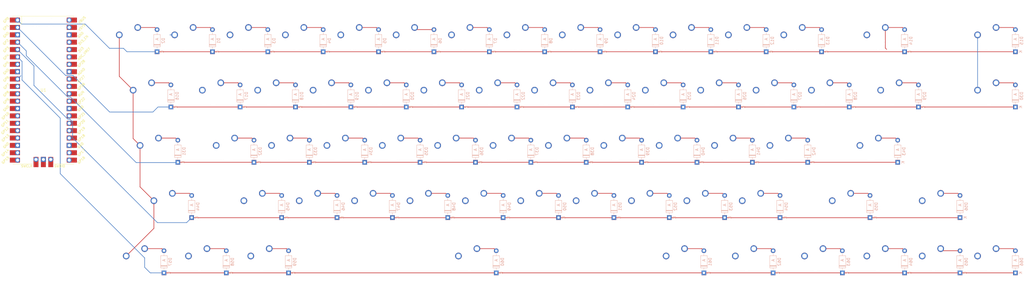
<source format=kicad_pcb>
(kicad_pcb (version 20240108) (generator "pcbnew") (generator_version "8.0")
  (layers (0 "F.Cu" signal) (31 "B.Cu" signal) (34 "B.Paste" user) (35 "F.Paste" user) (36 "B.SilkS" user "B.Silkscreen") (37 "F.SilkS" user "F.Silkscreen") (38 "B.Mask" user) (39 "F.Mask" user) (44 "Edge.Cuts" user))
  (net 0 "")
  (net 1 "ROW0")
  (net 2 "Net-(D1-A)")
  (net 3 "Net-(D2-A)")
  (net 4 "Net-(D3-A)")
  (net 5 "Net-(D4-A)")
  (net 6 "Net-(D5-A)")
  (net 7 "Net-(D6-A)")
  (net 8 "Net-(D7-A)")
  (net 9 "Net-(D8-A)")
  (net 10 "Net-(D9-A)")
  (net 11 "Net-(D10-A)")
  (net 12 "Net-(D11-A)")
  (net 13 "Net-(D12-A)")
  (net 14 "Net-(D13-A)")
  (net 15 "Net-(D14-A)")
  (net 16 "Net-(D15-A)")
  (net 17 "ROW1")
  (net 18 "Net-(D16-A)")
  (net 19 "Net-(D17-A)")
  (net 20 "Net-(D18-A)")
  (net 21 "Net-(D19-A)")
  (net 22 "Net-(D20-A)")
  (net 23 "Net-(D21-A)")
  (net 24 "Net-(D22-A)")
  (net 25 "Net-(D23-A)")
  (net 26 "Net-(D24-A)")
  (net 27 "Net-(D25-A)")
  (net 28 "Net-(D26-A)")
  (net 29 "Net-(D27-A)")
  (net 30 "Net-(D28-A)")
  (net 31 "Net-(D29-A)")
  (net 32 "Net-(D30-A)")
  (net 33 "ROW2")
  (net 34 "Net-(D31-A)")
  (net 35 "Net-(D32-A)")
  (net 36 "Net-(D33-A)")
  (net 37 "Net-(D34-A)")
  (net 38 "Net-(D35-A)")
  (net 39 "Net-(D36-A)")
  (net 40 "Net-(D37-A)")
  (net 41 "Net-(D38-A)")
  (net 42 "Net-(D39-A)")
  (net 43 "Net-(D40-A)")
  (net 44 "Net-(D41-A)")
  (net 45 "Net-(D42-A)")
  (net 46 "Net-(D43-A)")
  (net 47 "Net-(D44-A)")
  (net 48 "ROW3")
  (net 49 "Net-(D45-A)")
  (net 50 "Net-(D46-A)")
  (net 51 "Net-(D47-A)")
  (net 52 "Net-(D48-A)")
  (net 53 "Net-(D49-A)")
  (net 54 "Net-(D50-A)")
  (net 55 "Net-(D51-A)")
  (net 56 "Net-(D52-A)")
  (net 57 "Net-(D53-A)")
  (net 58 "Net-(D54-A)")
  (net 59 "Net-(D55-A)")
  (net 60 "Net-(D56-A)")
  (net 61 "Net-(D57-A)")
  (net 62 "ROW4")
  (net 63 "Net-(D58-A)")
  (net 64 "Net-(D59-A)")
  (net 65 "Net-(D60-A)")
  (net 66 "Net-(D61-A)")
  (net 67 "Net-(D62-A)")
  (net 68 "Net-(D63-A)")
  (net 69 "Net-(D64-A)")
  (net 70 "Net-(D65-A)")
  (net 71 "Net-(D66-A)")
  (net 72 "COL0")
  (net 73 "COL1")
  (net 74 "COL2")
  (net 75 "COL3")
  (net 76 "COL4")
  (net 77 "COL5")
  (net 78 "COL6")
  (net 79 "COL7")
  (net 80 "COL8")
  (net 81 "COL9")
  (net 82 "COL10")
  (net 83 "COL11")
  (net 84 "COL12")
  (net 85 "COL13")
  (net 86 "COL14")
  (net 92 "GNDA")
  (net 93 "+3V3")
  (net 94 "GND")
  (net 97 "+5V")
  (footprint "MX_Solderable:MX-Solderable-1U" (layer "F.Cu") (at 131.2475 186.64)
    (property "Reference" "SW34")
    (property "Value" "SW_Push")
  )
  (footprint "MX_Solderable:MX-Solderable-2U" (layer "F.Cu") (at 316.985 148.54)
    (property "Reference" "SW14")
    (property "Value" "SW_Push")
  )
  (footprint "MX_Solderable:MX-Solderable-1.5U" (layer "F.Cu") (at 321.7475 167.59)
    (property "Reference" "SW29")
    (property "Value" "SW_Push")
  )
  (footprint "MX_Solderable:MX-Solderable-1U" (layer "F.Cu") (at 169.3475 186.64)
    (property "Reference" "SW36")
    (property "Value" "SW_Push")
  )
  (footprint "MX_Solderable:MX-Solderable-2.25U" (layer "F.Cu") (at 305.07875 205.69)
    (property "Reference" "SW55")
    (property "Value" "SW_Push")
  )
  (footprint "MX_Solderable:MX-Solderable-1U" (layer "F.Cu") (at 116.96 148.54)
    (property "Reference" "SW4")
    (property "Value" "SW_Push")
  )
  (footprint "MX_Solderable:MX-Solderable-1U" (layer "F.Cu") (at 283.6475 186.64)
    (property "Reference" "SW42")
    (property "Value" "SW_Push")
  )
  (footprint "MX_Solderable:MX-Solderable-1U" (layer "F.Cu") (at 145.535 167.59)
    (property "Reference" "SW20")
    (property "Value" "SW_Push")
  )
  (footprint "MX_Solderable:MX-Solderable-1U" (layer "F.Cu") (at 107.435 167.59)
    (property "Reference" "SW18")
    (property "Value" "SW_Push")
  )
  (footprint "MX_Solderable:MX-Solderable-1U" (layer "F.Cu") (at 245.5475 186.64)
    (property "Reference" "SW40")
    (property "Value" "SW_Push")
  )
  (footprint "MX_Solderable:MX-Solderable-1U" (layer "F.Cu") (at 316.985 224.74)
    (property "Reference" "SW64")
    (property "Value" "SW_Push")
  )
  (footprint "MX_Solderable:MX-Solderable-1U" (layer "F.Cu") (at 188.3975 186.64)
    (property "Reference" "SW37")
    (property "Value" "SW_Push")
  )
  (footprint "MX_Solderable:MX-Solderable-1U" (layer "F.Cu") (at 88.385 167.59)
    (property "Reference" "SW17")
    (property "Value" "SW_Push")
  )
  (footprint "MX_Solderable:MX-Solderable-1U" (layer "F.Cu") (at 59.81 148.54)
    (property "Reference" "SW1")
    (property "Value" "SW_Push")
  )
  (footprint "MX_Solderable:MX-Solderable-1U" (layer "F.Cu") (at 269.36 148.54)
    (property "Reference" "SW12")
    (property "Value" "SW_Push")
  )
  (footprint "MX_Solderable:MX-Solderable-1U" (layer "F.Cu") (at 207.4475 186.64)
    (property "Reference" "SW38")
    (property "Value" "SW_Push")
  )
  (footprint "MX_Solderable:MX-Solderable-2.25U" (layer "F.Cu") (at 314.60375 186.64)
    (property "Reference" "SW43")
    (property "Value" "SW_Push")
  )
  (footprint "MX_Solderable:MX-Solderable-1U" (layer "F.Cu") (at 136.01 148.54)
    (property "Reference" "SW5")
    (property "Value" "SW_Push")
  )
  (footprint "MX_Solderable:MX-Solderable-1U" (layer "F.Cu") (at 102.6725 205.69)
    (property "Reference" "SW45")
    (property "Value" "SW_Push")
  )
  (footprint "MX_Solderable:MX-Solderable-1U" (layer "F.Cu") (at 274.1225 205.69)
    (property "Reference" "SW54")
    (property "Value" "SW_Push")
  )
  (footprint "MX_Solderable:MX-Solderable-1U" (layer "F.Cu") (at 93.1475 186.64)
    (property "Reference" "SW32")
    (property "Value" "SW_Push")
  )
  (footprint "MX_Solderable:MX-Solderable-1U" (layer "F.Cu") (at 240.785 167.59)
    (property "Reference" "SW25")
    (property "Value" "SW_Push")
  )
  (footprint "MX_Solderable:MX-Solderable-1U" (layer "F.Cu") (at 231.26 148.54)
    (property "Reference" "SW10")
    (property "Value" "SW_Push")
  )
  (footprint "MX_Solderable:MX-Solderable-1U" (layer "F.Cu") (at 193.16 148.54)
    (property "Reference" "SW8")
    (property "Value" "SW_Push")
  )
  (footprint "MX_Solderable:MX-Solderable-1U" (layer "F.Cu") (at 164.585 167.59)
    (property "Reference" "SW21")
    (property "Value" "SW_Push")
  )
  (footprint "MX_Solderable:MX-Solderable-1U" (layer "F.Cu") (at 226.4975 186.64)
    (property "Reference" "SW39")
    (property "Value" "SW_Push")
  )
  (footprint "MX_Solderable:MX-Solderable-1U" (layer "F.Cu") (at 121.7225 205.69)
    (property "Reference" "SW46")
    (property "Value" "SW_Push")
  )
  (footprint "MX_Solderable:MX-Solderable-1U" (layer "F.Cu") (at 83.6225 224.74)
    (property "Reference" "SW58")
    (property "Value" "SW_Push")
  )
  (footprint "MX_Solderable:MX-Solderable-1U" (layer "F.Cu") (at 288.41 148.54)
    (property "Reference" "SW13")
    (property "Value" "SW_Push")
  )
  (footprint "MX_Solderable:MX-Solderable-1U" (layer "F.Cu") (at 250.31 148.54)
    (property "Reference" "SW11")
    (property "Value" "SW_Push")
  )
  (footprint "MX_Solderable:MX-Solderable-1U" (layer "F.Cu") (at 140.7725 205.69)
    (property "Reference" "SW47")
    (property "Value" "SW_Push")
  )
  (footprint "MX_Solderable:MX-Solderable-1U" (layer "F.Cu") (at 255.0725 205.69)
    (property "Reference" "SW53")
    (property "Value" "SW_Push")
  )
  (footprint "MX_Solderable:MX-Solderable-1U" (layer "F.Cu") (at 355.085 224.74)
    (property "Reference" "SW66")
    (property "Value" "SW_Push")
  )
  (footprint "MX_Solderable:MX-Solderable-1U" (layer "F.Cu") (at 278.885 167.59)
    (property "Reference" "SW27")
    (property "Value" "SW_Push")
  )
  (footprint "MX_Solderable:MX-Solderable-1U" (layer "F.Cu") (at 197.9225 205.69)
    (property "Reference" "SW50")
    (property "Value" "SW_Push")
  )
  (footprint "MX_Solderable:MX-Solderable-1U" (layer "F.Cu") (at 259.835 167.59)
    (property "Reference" "SW26")
    (property "Value" "SW_Push")
  )
  (footprint "MX_Solderable:MX-Solderable-1.25U" (layer "F.Cu") (at 271.74125 224.74)
    (property "Reference" "SW62")
    (property "Value" "SW_Push")
  )
  (footprint "MX_Solderable:MX-Solderable-1U" (layer "F.Cu") (at 150.2975 186.64)
    (property "Reference" "SW35")
    (property "Value" "SW_Push")
  )
  (footprint "MX_Solderable:MX-Solderable-1U" (layer "F.Cu") (at 221.735 167.59)
    (property "Reference" "SW24")
    (property "Value" "SW_Push")
  )
  (footprint "MX_Solderable:MX-Solderable-1U" (layer "F.Cu") (at 297.935 167.59)
    (property "Reference" "SW28")
    (property "Value" "SW_Push")
  )
  (footprint "MX_Solderable:MX-Solderable-1.25U" (layer "F.Cu") (at 62.19125 224.74)
    (property "Reference" "SW57")
    (property "Value" "SW_Push")
  )
  (footprint "MX_Solderable:MX-Solderable-1U" (layer "F.Cu") (at 112.1975 186.64)
    (property "Reference" "SW33")
    (property "Value" "SW_Push")
  )
  (footprint "MX_Solderable:MX-Solderable-1U" (layer "F.Cu") (at 174.11 148.54)
    (property "Reference" "SW7")
    (property "Value" "SW_Push")
  )
  (footprint "MX_Solderable:MX-Solderable-1U" (layer "F.Cu") (at 78.86 148.54)
    (property "Reference" "SW2")
    (property "Value" "SW_Push")
  )
  (footprint "MX_Solderable:MX-Solderable-1U" (layer "F.Cu") (at 336.035 224.74)
    (property "Reference" "SW65")
    (property "Value" "SW_Push")
  )
  (footprint "MX_Solderable:MX-Solderable-1.25U" (layer "F.Cu") (at 295.55375 224.74)
    (property "Reference" "SW63")
    (property "Value" "SW_Push")
  )
  (footprint "MX_Solderable:MX-Solderable-2.25U" (layer "F.Cu") (at 71.71625 205.69)
    (property "Reference" "SW44")
    (property "Value" "SW_Push")
  )
  (footprint "MX_Solderable:MX-Solderable-1U" (layer "F.Cu") (at 183.635 167.59)
    (property "Reference" "SW22")
    (property "Value" "SW_Push")
  )
  (footprint "MX_Solderable:MX-Solderable-1U" (layer "F.Cu") (at 236.0225 205.69)
    (property "Reference" "SW52")
    (property "Value" "SW_Push")
  )
  (footprint "MX_Solderable:MX-Solderable-1U" (layer "F.Cu") (at 97.91 148.54)
    (property "Reference" "SW3")
    (property "Value" "SW_Push")
  )
  (footprint "MX_Solderable:MX-Solderable-1U" (layer "F.Cu") (at 126.485 167.59)
    (property "Reference" "SW19")
    (property "Value" "SW_Push")
  )
  (footprint "MX_Solderable:MX-Solderable-1U" (layer "F.Cu") (at 336.035 205.69)
    (property "Reference" "SW56")
    (property "Value" "SW_Push")
  )
  (footprint "MX_Solderable:MX-Solderable-1U" (layer "F.Cu") (at 216.9725 205.69)
    (property "Reference" "SW51")
    (property "Value" "SW_Push")
  )
  (footprint "MX_Solderable:MX-Solderable-1.75U" (layer "F.Cu") (at 66.95375 186.64)
    (property "Reference" "SW31")
    (property "Value" "SW_Push")
  )
  (footprint "MX_Solderable:MX-Solderable-1U" (layer "F.Cu") (at 212.21 148.54)
    (property "Reference" "SW9")
    (property "Value" "SW_Push")
  )
  (footprint "MX_Solderable:MX-Solderable-1U" (layer "F.Cu") (at 355.085 148.54)
    (property "Reference" "SW15")
    (property "Value" "SW_Push")
  )
  (footprint "MX_Solderable:MX-Solderable-1.25U" (layer "F.Cu") (at 247.92875 224.74)
    (property "Reference" "SW61")
    (property "Value" "SW_Push")
  )
  (footprint "MX_Solderable:MX-Solderable-1U" (layer "F.Cu") (at 178.8725 205.69)
    (property "Reference" "SW49")
    (property "Value" "SW_Push")
  )
  (footprint "MX_Solderable:MX-Solderable-6.25U" (layer "F.Cu") (at 176.49125 224.74)
    (property "Reference" "SW60")
    (property "Value" "SW_Push")
  )
  (footprint "pico:RPi_Pico_SMD_TH" (layer "F.Cu") (at 29.89 165.03)
    (property "Reference" "U1")
    (property "Value" "Pico")
  )
  (footprint "MX_Solderable:MX-Solderable-1.25U" (layer "F.Cu") (at 105.05375 224.74)
    (property "Reference" "SW59")
    (property "Value" "SW_Push")
  )
  (footprint "MX_Solderable:MX-Solderable-1U" (layer "F.Cu") (at 159.8225 205.69)
    (property "Reference" "SW48")
    (property "Value" "SW_Push")
  )
  (footprint "MX_Solderable:MX-Solderable-1U" (layer "F.Cu") (at 355.085 167.59)
    (property "Reference" "SW30")
    (property "Value" "SW_Push")
  )
  (footprint "MX_Solderable:MX-Solderable-1U" (layer "F.Cu") (at 155.06 148.54)
    (property "Reference" "SW6")
    (property "Value" "SW_Push")
  )
  (footprint "MX_Solderable:MX-Solderable-1U" (layer "F.Cu") (at 264.5975 186.64)
    (property "Reference" "SW41")
    (property "Value" "SW_Push")
  )
  (footprint "MX_Solderable:MX-Solderable-1.5U" (layer "F.Cu") (at 64.5725 167.59)
    (property "Reference" "SW16")
    (property "Value" "SW_Push")
  )
  (footprint "MX_Solderable:MX-Solderable-1U" (layer "F.Cu") (at 202.685 167.59)
    (property "Reference" "SW23")
    (property "Value" "SW_Push")
  )
  (footprint "Diode_THT:D_DO-35_SOD27_P7.62mm_Horizontal" (layer "B.Cu") (at 149.9625 208.96 90)
    (property "Reference" "D47")
    (property "Value" "1N4148")
  )
  (footprint "Diode_THT:D_DO-35_SOD27_P7.62mm_Horizontal" (layer "B.Cu") (at 288.075 170.86 90)
    (property "Reference" "D27")
    (property "Value" "1N4148")
  )
  (footprint "Diode_THT:D_DO-35_SOD27_P7.62mm_Horizontal" (layer "B.Cu") (at 197.5875 189.91 90)
    (property "Reference" "D37")
    (property "Value" "1N4148")
  )
  (footprint "Diode_THT:D_DO-35_SOD27_P7.62mm_Horizontal" (layer "B.Cu") (at 69 151.81 90)
    (property "Reference" "D2")
    (property "Value" "1N4148")
  )
  (footprint "Diode_THT:D_DO-35_SOD27_P7.62mm_Horizontal" (layer "B.Cu") (at 283.3125 208.96 90)
    (property "Reference" "D54")
    (property "Value" "1N4148")
  )
  (footprint "Diode_THT:D_DO-35_SOD27_P7.62mm_Horizontal" (layer "B.Cu") (at 88.05 151.81 90)
    (property "Reference" "D1")
    (property "Value" "1N4148")
  )
  (footprint "Diode_THT:D_DO-35_SOD27_P7.62mm_Horizontal" (layer "B.Cu") (at 297.6 151.81 90)
    (property "Reference" "D13")
    (property "Value" "1N4148")
  )
  (footprint "Diode_THT:D_DO-35_SOD27_P7.62mm_Horizontal" (layer "B.Cu") (at 278.55 151.81 90)
    (property "Reference" "D12")
    (property "Value" "1N4148")
  )
  (footprint "Diode_THT:D_DO-35_SOD27_P7.62mm_Horizontal" (layer "B.Cu") (at 164.25 151.81 90)
    (property "Reference" "D6")
    (property "Value" "1N4148")
  )
  (footprint "Diode_THT:D_DO-35_SOD27_P7.62mm_Horizontal" (layer "B.Cu") (at 314.26875 208.96 90)
    (property "Reference" "D55")
    (property "Value" "1N4148")
  )
  (footprint "Diode_THT:D_DO-35_SOD27_P7.62mm_Horizontal" (layer "B.Cu") (at 345.225 208.96 90)
    (property "Reference" "D56")
    (property "Value" "1N4148")
  )
  (footprint "Diode_THT:D_DO-35_SOD27_P7.62mm_Horizontal" (layer "B.Cu") (at 73.7625 170.86 90)
    (property "Reference" "D16")
    (property "Value" "1N4148")
  )
  (footprint "Diode_THT:D_DO-35_SOD27_P7.62mm_Horizontal" (layer "B.Cu") (at 145.2 151.81 90)
    (property "Reference" "D5")
    (property "Value" "1N4148")
  )
  (footprint "Diode_THT:D_DO-35_SOD27_P7.62mm_Horizontal" (layer "B.Cu") (at 135.675 170.86 90)
    (property "Reference" "D19")
    (property "Value" "1N4148")
  )
  (footprint "Diode_THT:D_DO-35_SOD27_P7.62mm_Horizontal" (layer "B.Cu") (at 216.6375 189.91 90)
    (property "Reference" "D38")
    (property "Value" "1N4148")
  )
  (footprint "Diode_THT:D_DO-35_SOD27_P7.62mm_Horizontal" (layer "B.Cu") (at 188.0625 208.96 90)
    (property "Reference" "D49")
    (property "Value" "1N4148")
  )
  (footprint "Diode_THT:D_DO-35_SOD27_P7.62mm_Horizontal" (layer "B.Cu") (at 76.14375 189.91 90)
    (property "Reference" "D31")
    (property "Value" "1N4148")
  )
  (footprint "Diode_THT:D_DO-35_SOD27_P7.62mm_Horizontal" (layer "B.Cu") (at 221.4 151.81 90)
    (property "Reference" "D9")
    (property "Value" "1N4148")
  )
  (footprint "Diode_THT:D_DO-35_SOD27_P7.62mm_Horizontal" (layer "B.Cu") (at 207.1125 208.96 90)
    (property "Reference" "D50")
    (property "Value" "1N4148")
  )
  (footprint "Diode_THT:D_DO-35_SOD27_P7.62mm_Horizontal" (layer "B.Cu") (at 230.925 170.86 90)
    (property "Reference" "D24")
    (property "Value" "1N4148")
  )
  (footprint "Diode_THT:D_DO-35_SOD27_P7.62mm_Horizontal" (layer "B.Cu") (at 249.975 170.86 90)
    (property "Reference" "D25")
    (property "Value" "1N4148")
  )
  (footprint "Diode_THT:D_DO-35_SOD27_P7.62mm_Horizontal" (layer "B.Cu") (at 173.775 170.86 90)
    (property "Reference" "D21")
    (property "Value" "1N4148")
  )
  (footprint "Diode_THT:D_DO-35_SOD27_P7.62mm_Horizontal" (layer "B.Cu") (at 257.11875 228.01 90)
    (property "Reference" "D61")
    (property "Value" "1N4148")
  )
  (footprint "Diode_THT:D_DO-35_SOD27_P7.62mm_Horizontal" (layer "B.Cu") (at 226.1625 208.96 90)
    (property "Reference" "D51")
    (property "Value" "1N4148")
  )
  (footprint "Diode_THT:D_DO-35_SOD27_P7.62mm_Horizontal" (layer "B.Cu") (at 245.2125 208.96 90)
    (property "Reference" "D52")
    (property "Value" "1N4148")
  )
  (footprint "Diode_THT:D_DO-35_SOD27_P7.62mm_Horizontal" (layer "B.Cu") (at 107.1 151.81 90)
    (property "Reference" "D3")
    (property "Value" "1N4148")
  )
  (footprint "Diode_THT:D_DO-35_SOD27_P7.62mm_Horizontal" (layer "B.Cu") (at 235.6875 189.91 90)
    (property "Reference" "D39")
    (property "Value" "1N4148")
  )
  (footprint "Diode_THT:D_DO-35_SOD27_P7.62mm_Horizontal" (layer "B.Cu") (at 304.74375 228.01 90)
    (property "Reference" "D63")
    (property "Value" "1N4148")
  )
  (footprint "Diode_THT:D_DO-35_SOD27_P7.62mm_Horizontal" (layer "B.Cu") (at 114.24375 228.01 90)
    (property "Reference" "D59")
    (property "Value" "1N4148")
  )
  (footprint "Diode_THT:D_DO-35_SOD27_P7.62mm_Horizontal" (layer "B.Cu") (at 97.575 170.86 90)
    (property "Reference" "D17")
    (property "Value" "1N4148")
  )
  (footprint "Diode_THT:D_DO-35_SOD27_P7.62mm_Horizontal" (layer "B.Cu") (at 121.3875 189.91 90)
    (property "Reference" "D33")
    (property "Value" "1N4148")
  )
  (footprint "Diode_THT:D_DO-35_SOD27_P7.62mm_Horizontal" (layer "B.Cu") (at 92.8125 228.01 90)
    (property "Reference" "D58")
    (property "Value" "1N4148")
  )
  (footprint "Diode_THT:D_DO-35_SOD27_P7.62mm_Horizontal" (layer "B.Cu") (at 183.3 151.81 90)
    (property "Reference" "D7")
    (property "Value" "1N4148")
  )
  (footprint "Diode_THT:D_DO-35_SOD27_P7.62mm_Horizontal" (layer "B.Cu") (at 269.025 170.86 90)
    (property "Reference" "D26")
    (property "Value" "1N4148")
  )
  (footprint "Diode_THT:D_DO-35_SOD27_P7.62mm_Horizontal" (layer "B.Cu") (at 154.725 170.86 90)
    (property "Reference" "D20")
    (property "Value" "1N4148")
  )
  (footprint "Diode_THT:D_DO-35_SOD27_P7.62mm_Horizontal" (layer "B.Cu") (at 364.275 151.81 90)
    (property "Reference" "D15")
    (property "Value" "1N4148")
  )
  (footprint "Diode_THT:D_DO-35_SOD27_P7.62mm_Horizontal" (layer "B.Cu") (at 126.15 151.81 90)
    (property "Reference" "D4")
    (property "Value" "1N4148")
  )
  (footprint "Diode_THT:D_DO-35_SOD27_P7.62mm_Horizontal" (layer "B.Cu") (at 345.225 228.01 90)
    (property "Reference" "D65")
    (property "Value" "1N4148")
  )
  (footprint "Diode_THT:D_DO-35_SOD27_P7.62mm_Horizontal" (layer "B.Cu") (at 202.35 151.81 90)
    (property "Reference" "D8")
    (property "Value" "1N4148")
  )
  (footprint "Diode_THT:D_DO-35_SOD27_P7.62mm_Horizontal" (layer "B.Cu") (at 326.175 151.81 90)
    (property "Reference" "D14")
    (property "Value" "1N4148")
  )
  (footprint "Diode_THT:D_DO-35_SOD27_P7.62mm_Horizontal" (layer "B.Cu") (at 280.93125 228.01 90)
    (property "Reference" "D62")
    (property "Value" "1N4148")
  )
  (footprint "Diode_THT:D_DO-35_SOD27_P7.62mm_Horizontal" (layer "B.Cu") (at 364.275 170.86 90)
    (property "Reference" "D30")
    (property "Value" "1N4148")
  )
  (footprint "Diode_THT:D_DO-35_SOD27_P7.62mm_Horizontal" (layer "B.Cu") (at 178.5375 189.91 90)
    (property "Reference" "D36")
    (property "Value" "1N4148")
  )
  (footprint "Diode_THT:D_DO-35_SOD27_P7.62mm_Horizontal" (layer "B.Cu") (at 159.4875 189.91 90)
    (property "Reference" "D35")
    (property "Value" "1N4148")
  )
  (footprint "Diode_THT:D_DO-35_SOD27_P7.62mm_Horizontal" (layer "B.Cu") (at 140.4375 189.91 90)
    (property "Reference" "D34")
    (property "Value" "1N4148")
  )
  (footprint "Diode_THT:D_DO-35_SOD27_P7.62mm_Horizontal" (layer "B.Cu") (at 323.79375 189.91 90)
    (property "Reference" "D43")
    (property "Value" "1N4148")
  )
  (footprint "Diode_THT:D_DO-35_SOD27_P7.62mm_Horizontal" (layer "B.Cu") (at 169.0125 208.96 90)
    (property "Reference" "D48")
    (property "Value" "1N4148")
  )
  (footprint "Diode_THT:D_DO-35_SOD27_P7.62mm_Horizontal" (layer "B.Cu") (at 71.38125 228.01 90)
    (property "Reference" "D57")
    (property "Value" "1N4148")
  )
  (footprint "Diode_THT:D_DO-35_SOD27_P7.62mm_Horizontal" (layer "B.Cu") (at 364.275 228.01 90)
    (property "Reference" "D66")
    (property "Value" "1N4148")
  )
  (footprint "Diode_THT:D_DO-35_SOD27_P7.62mm_Horizontal" (layer "B.Cu") (at 254.7375 189.91 90)
    (property "Reference" "D40")
    (property "Value" "1N4148")
  )
  (footprint "Diode_THT:D_DO-35_SOD27_P7.62mm_Horizontal" (layer "B.Cu") (at 80.90625 208.96 90)
    (property "Reference" "D44")
    (property "Value" "1N4148")
  )
  (footprint "Diode_THT:D_DO-35_SOD27_P7.62mm_Horizontal" (layer "B.Cu") (at 273.7875 189.91 90)
    (property "Reference" "D41")
    (property "Value" "1N4148")
  )
  (footprint "Diode_THT:D_DO-35_SOD27_P7.62mm_Horizontal" (layer "B.Cu") (at 102.3375 189.91 90)
    (property "Reference" "D32")
    (property "Value" "1N4148")
  )
  (footprint "Diode_THT:D_DO-35_SOD27_P7.62mm_Horizontal" (layer "B.Cu") (at 259.5 151.81 90)
    (property "Reference" "D11")
    (property "Value" "1N4148")
  )
  (footprint "Diode_THT:D_DO-35_SOD27_P7.62mm_Horizontal" (layer "B.Cu") (at 330.9375 170.86 90)
    (property "Reference" "D29")
    (property "Value" "1N4148")
  )
  (footprint "Diode_THT:D_DO-35_SOD27_P7.62mm_Horizontal" (layer "B.Cu") (at 192.825 170.86 90)
    (property "Reference" "D22")
    (property "Value" "1N4148")
  )
  (footprint "Diode_THT:D_DO-35_SOD27_P7.62mm_Horizontal" (layer "B.Cu") (at 211.875 170.86 90)
    (property "Reference" "D23")
    (property "Value" "1N4148")
  )
  (footprint "Diode_THT:D_DO-35_SOD27_P7.62mm_Horizontal" (layer "B.Cu") (at 292.8375 189.91 90)
    (property "Reference" "D42")
    (property "Value" "1N4148")
  )
  (footprint "Diode_THT:D_DO-35_SOD27_P7.62mm_Horizontal" (layer "B.Cu") (at 326.175 228.01 90)
    (property "Reference" "D64")
    (property "Value" "1N4148")
  )
  (footprint "Diode_THT:D_DO-35_SOD27_P7.62mm_Horizontal" (layer "B.Cu") (at 240.45 151.81 90)
    (property "Reference" "D10")
    (property "Value" "1N4148")
  )
  (footprint "Diode_THT:D_DO-35_SOD27_P7.62mm_Horizontal" (layer "B.Cu") (at 116.625 170.86 90)
    (property "Reference" "D18")
    (property "Value" "1N4148")
  )
  (footprint "Diode_THT:D_DO-35_SOD27_P7.62mm_Horizontal" (layer "B.Cu") (at 264.2625 208.96 90)
    (property "Reference" "D53")
    (property "Value" "1N4148")
  )
  (footprint "Diode_THT:D_DO-35_SOD27_P7.62mm_Horizontal" (layer "B.Cu") (at 111.8625 208.96 90)
    (property "Reference" "D45")
    (property "Value" "1N4148")
  )
  (footprint "Diode_THT:D_DO-35_SOD27_P7.62mm_Horizontal" (layer "B.Cu") (at 130.9125 208.96 90)
    (property "Reference" "D46")
    (property "Value" "1N4148")
  )
  (footprint "Diode_THT:D_DO-35_SOD27_P7.62mm_Horizontal" (layer "B.Cu") (at 185.68125 228.01 90)
    (property "Reference" "D60")
    (property "Value" "1N4148")
  )
  (footprint "Diode_THT:D_DO-35_SOD27_P7.62mm_Horizontal" (layer "B.Cu") (at 307.125 170.86 90)
    (property "Reference" "D28")
    (property "Value" "1N4148")
  )
  (segment (start 69 151.81) (end 278.55 151.81) (width 0.2) (layer "F.Cu") (net 1))
  (segment (start 278.55 151.81) (end 364.275 151.81) (width 0.2) (layer "F.Cu") (net 1))
  (segment (start 22.38 142.28) (end 21 140.9) (width 0.2) (layer "B.Cu") (net 1))
  (segment (start 52.63 150.63) (end 44.28 142.28) (width 0.2) (layer "B.Cu") (net 1))
  (segment (start 58.63 151.81) (end 57.45 150.63) (width 0.2) (layer "B.Cu") (net 1))
  (segment (start 44.28 142.28) (end 22.38 142.28) (width 0.2) (layer "B.Cu") (net 1))
  (segment (start 69 151.81) (end 58.63 151.81) (width 0.2) (layer "B.Cu") (net 1))
  (segment (start 57.45 150.63) (end 52.63 150.63) (width 0.2) (layer "B.Cu") (net 1))
  (segment (start 87.32 143.46) (end 88.05 144.19) (width 0.2) (layer "F.Cu") (net 2))
  (segment (start 81.4 143.46) (end 87.32 143.46) (width 0.2) (layer "F.Cu") (net 2))
  (segment (start 81.86 143.92) (end 81.4 143.46) (width 0.2) (layer "F.Cu") (net 2))
  (segment (start 62.81 143.92) (end 62.35 143.46) (width 0.2) (layer "F.Cu") (net 3))
  (segment (start 62.35 143.46) (end 68.27 143.46) (width 0.2) (layer "F.Cu") (net 3))
  (segment (start 68.27 143.46) (end 69 144.19) (width 0.2) (layer "F.Cu") (net 3))
  (segment (start 100.91 143.92) (end 100.45 143.46) (width 0.2) (layer "F.Cu") (net 4))
  (segment (start 100.45 143.46) (end 106.37 143.46) (width 0.2) (layer "F.Cu") (net 4))
  (segment (start 106.37 143.46) (end 107.1 144.19) (width 0.2) (layer "F.Cu") (net 4))
  (segment (start 125.42 143.46) (end 126.15 144.19) (width 0.2) (layer "F.Cu") (net 5))
  (segment (start 119.5 143.46) (end 125.42 143.46) (width 0.2) (layer "F.Cu") (net 5))
  (segment (start 119.96 143.92) (end 119.5 143.46) (width 0.2) (layer "F.Cu") (net 5))
  (segment (start 139.01 143.92) (end 138.55 143.46) (width 0.2) (layer "F.Cu") (net 6))
  (segment (start 138.55 143.46) (end 144.47 143.46) (width 0.2) (layer "F.Cu") (net 6))
  (segment (start 144.47 143.46) (end 145.2 144.19) (width 0.2) (layer "F.Cu") (net 6))
  (segment (start 164.25 144.19) (end 158.33 144.19) (width 0.2) (layer "F.Cu") (net 7))
  (segment (start 158.33 144.19) (end 157.6 143.46) (width 0.2) (layer "F.Cu") (net 7))
  (segment (start 176.65 143.46) (end 182.57 143.46) (width 0.2) (layer "F.Cu") (net 8))
  (segment (start 182.57 143.46) (end 183.3 144.19) (width 0.2) (layer "F.Cu") (net 8))
  (segment (start 177.11 143.92) (end 176.65 143.46) (width 0.2) (layer "F.Cu") (net 8))
  (segment (start 195.7 143.46) (end 201.62 143.46) (width 0.2) (layer "F.Cu") (net 9))
  (segment (start 196.16 143.92) (end 195.7 143.46) (width 0.2) (layer "F.Cu") (net 9))
  (segment (start 201.62 143.46) (end 202.35 144.19) (width 0.2) (layer "F.Cu") (net 9))
  (segment (start 214.75 143.46) (end 220.67 143.46) (width 0.2) (layer "F.Cu") (net 10))
  (segment (start 215.21 143.92) (end 214.75 143.46) (width 0.2) (layer "F.Cu") (net 10))
  (segment (start 220.67 143.46) (end 221.4 144.19) (width 0.2) (layer "F.Cu") (net 10))
  (segment (start 239.72 143.46) (end 240.45 144.19) (width 0.2) (layer "F.Cu") (net 11))
  (segment (start 233.8 143.46) (end 239.72 143.46) (width 0.2) (layer "F.Cu") (net 11))
  (segment (start 258.77 143.46) (end 259.5 144.19) (width 0.2) (layer "F.Cu") (net 12))
  (segment (start 252.85 143.46) (end 258.77 143.46) (width 0.2) (layer "F.Cu") (net 12))
  (segment (start 271.9 143.46) (end 277.82 143.46) (width 0.2) (layer "F.Cu") (net 13))
  (segment (start 277.82 143.46) (end 278.55 144.19) (width 0.2) (layer "F.Cu") (net 13))
  (segment (start 296.87 143.46) (end 297.6 144.19) (width 0.2) (layer "F.Cu") (net 14))
  (segment (start 290.95 143.46) (end 296.87 143.46) (width 0.2) (layer "F.Cu") (net 14))
  (segment (start 319.525 143.46) (end 325.445 143.46) (width 0.2) (layer "F.Cu") (net 15))
  (segment (start 319.525 150.54) (end 319.985 151) (width 0.2) (layer "F.Cu") (net 15))
  (segment (start 319.525 143.46) (end 319.525 150.54) (width 0.2) (layer "F.Cu") (net 15))
  (segment (start 325.445 143.46) (end 326.175 144.19) (width 0.2) (layer "F.Cu") (net 15))
  (segment (start 357.625 143.46) (end 363.545 143.46) (width 0.2) (layer "F.Cu") (net 16))
  (segment (start 363.545 143.46) (end 364.275 144.19) (width 0.2) (layer "F.Cu") (net 16))
  (segment (start 364.275 170.86) (end 73.7625 170.86) (width 0.2) (layer "F.Cu") (net 17))
  (segment (start 67.5725 172.59) (end 69.3025 170.86) (width 0.2) (layer "B.Cu") (net 17))
  (segment (start 37.56 160) (end 21 143.44) (width 0.2) (layer "B.Cu") (net 17))
  (segment (start 52.69 172.59) (end 40.1 160) (width 0.2) (layer "B.Cu") (net 17))
  (segment (start 40.1 160) (end 37.56 160) (width 0.2) (layer "B.Cu") (net 17))
  (segment (start 67.5725 172.59) (end 52.69 172.59) (width 0.2) (layer "B.Cu") (net 17))
  (segment (start 69.3025 170.86) (end 73.7625 170.86) (width 0.2) (layer "B.Cu") (net 17))
  (segment (start 73.0325 162.51) (end 73.7625 163.24) (width 0.2) (layer "F.Cu") (net 18))
  (segment (start 67.1125 162.51) (end 73.0325 162.51) (width 0.2) (layer "F.Cu") (net 18))
  (segment (start 90.925 162.51) (end 96.845 162.51) (width 0.2) (layer "F.Cu") (net 19))
  (segment (start 96.845 162.51) (end 97.575 163.24) (width 0.2) (layer "F.Cu") (net 19))
  (segment (start 115.895 162.51) (end 116.625 163.24) (width 0.2) (layer "F.Cu") (net 20))
  (segment (start 109.975 162.51) (end 115.895 162.51) (width 0.2) (layer "F.Cu") (net 20))
  (segment (start 134.945 162.51) (end 135.675 163.24) (width 0.2) (layer "F.Cu") (net 21))
  (segment (start 129.025 162.51) (end 134.945 162.51) (width 0.2) (layer "F.Cu") (net 21))
  (segment (start 153.995 162.51) (end 154.725 163.24) (width 0.2) (layer "F.Cu") (net 22))
  (segment (start 148.075 162.51) (end 153.995 162.51) (width 0.2) (layer "F.Cu") (net 22))
  (segment (start 167.125 162.51) (end 173.045 162.51) (width 0.2) (layer "F.Cu") (net 23))
  (segment (start 173.045 162.51) (end 173.775 163.24) (width 0.2) (layer "F.Cu") (net 23))
  (segment (start 192.095 162.51) (end 192.825 163.24) (width 0.2) (layer "F.Cu") (net 24))
  (segment (start 186.175 162.51) (end 192.095 162.51) (width 0.2) (layer "F.Cu") (net 24))
  (segment (start 211.145 162.51) (end 211.875 163.24) (width 0.2) (layer "F.Cu") (net 25))
  (segment (start 205.225 162.51) (end 211.145 162.51) (width 0.2) (layer "F.Cu") (net 25))
  (segment (start 224.275 162.51) (end 230.195 162.51) (width 0.2) (layer "F.Cu") (net 26))
  (segment (start 230.195 162.51) (end 230.925 163.24) (width 0.2) (layer "F.Cu") (net 26))
  (segment (start 249.245 162.51) (end 249.975 163.24) (width 0.2) (layer "F.Cu") (net 27))
  (segment (start 243.325 162.51) (end 249.245 162.51) (width 0.2) (layer "F.Cu") (net 27))
  (segment (start 262.375 162.51) (end 268.295 162.51) (width 0.2) (layer "F.Cu") (net 28))
  (segment (start 268.295 162.51) (end 269.025 163.24) (width 0.2) (layer "F.Cu") (net 28))
  (segment (start 287.345 162.51) (end 288.075 163.24) (width 0.2) (layer "F.Cu") (net 29))
  (segment (start 281.425 162.51) (end 287.345 162.51) (width 0.2) (layer "F.Cu") (net 29))
  (segment (start 300.475 162.51) (end 306.395 162.51) (width 0.2) (layer "F.Cu") (net 30))
  (segment (start 306.395 162.51) (end 307.125 163.24) (width 0.2) (layer "F.Cu") (net 30))
  (segment (start 330.2075 162.51) (end 330.9375 163.24) (width 0.2) (layer "F.Cu") (net 31))
  (segment (start 324.2875 162.51) (end 330.2075 162.51) (width 0.2) (layer "F.Cu") (net 31))
  (segment (start 357.625 162.51) (end 363.545 162.51) (width 0.2) (layer "F.Cu") (net 32))
  (segment (start 363.545 162.51) (end 364.275 163.24) (width 0.2) (layer "F.Cu") (net 32))
  (segment (start 76.14375 189.91) (end 323.79375 189.91) (width 0.2) (layer "F.Cu") (net 33))
  (segment (start 61.806346 190) (end 39.256346 167.45) (width 0.2) (layer "B.Cu") (net 33))
  (segment (start 39.256346 167.45) (end 38.303654 167.45) (width 0.2) (layer "B.Cu") (net 33))
  (segment (start 76.05375 190) (end 61.806346 190) (width 0.2) (layer "B.Cu") (net 33))
  (segment (start 38.303654 167.45) (end 24 153.146346) (width 0.2) (layer "B.Cu") (net 33))
  (segment (start 24 153.146346) (end 24 151.52) (width 0.2) (layer "B.Cu") (net 33))
  (segment (start 76.14375 189.91) (end 76.05375 190) (width 0.2) (layer "B.Cu") (net 33))
  (segment (start 24 151.52) (end 21 148.52) (width 0.2) (layer "B.Cu") (net 33))
  (segment (start 69.49375 181.56) (end 75.41375 181.56) (width 0.2) (layer "F.Cu") (net 34))
  (segment (start 75.41375 181.56) (end 76.14375 182.29) (width 0.2) (layer "F.Cu") (net 34))
  (segment (start 101.6075 181.56) (end 102.3375 182.29) (width 0.2) (layer "F.Cu") (net 35))
  (segment (start 95.6875 181.56) (end 101.6075 181.56) (width 0.2) (layer "F.Cu") (net 35))
  (segment (start 114.7375 181.56) (end 120.6575 181.56) (width 0.2) (layer "F.Cu") (net 36))
  (segment (start 120.6575 181.56) (end 121.3875 182.29) (width 0.2) (layer "F.Cu") (net 36))
  (segment (start 139.7075 181.56) (end 140.4375 182.29) (width 0.2) (layer "F.Cu") (net 37))
  (segment (start 133.7875 181.56) (end 139.7075 181.56) (width 0.2) (layer "F.Cu") (net 37))
  (segment (start 158.7575 181.56) (end 159.4875 182.29) (width 0.2) (layer "F.Cu") (net 38))
  (segment (start 152.8375 181.56) (end 158.7575 181.56) (width 0.2) (layer "F.Cu") (net 38))
  (segment (start 171.8875 181.56) (end 177.8075 181.56) (width 0.2) (layer "F.Cu") (net 39))
  (segment (start 177.8075 181.56) (end 178.5375 182.29) (width 0.2) (layer "F.Cu") (net 39))
  (segment (start 190.9375 181.56) (end 196.8575 181.56) (width 0.2) (layer "F.Cu") (net 40))
  (segment (start 196.8575 181.56) (end 197.5875 182.29) (width 0.2) (layer "F.Cu") (net 40))
  (segment (start 209.9875 181.56) (end 215.9075 181.56) (width 0.2) (layer "F.Cu") (net 41))
  (segment (start 215.9075 181.56) (end 216.6375 182.29) (width 0.2) (layer "F.Cu") (net 41))
  (segment (start 229.0375 181.56) (end 234.9575 181.56) (width 0.2) (layer "F.Cu") (net 42))
  (segment (start 234.9575 181.56) (end 235.6875 182.29) (width 0.2) (layer "F.Cu") (net 42))
  (segment (start 254.0075 181.56) (end 254.7375 182.29) (width 0.2) (layer "F.Cu") (net 43))
  (segment (start 248.0875 181.56) (end 254.0075 181.56) (width 0.2) (layer "F.Cu") (net 43))
  (segment (start 273.0575 181.56) (end 273.7875 182.29) (width 0.2) (layer "F.Cu") (net 44))
  (segment (start 267.1375 181.56) (end 273.0575 181.56) (width 0.2) (layer "F.Cu") (net 44))
  (segment (start 286.1875 181.56) (end 292.1075 181.56) (width 0.2) (layer "F.Cu") (net 45))
  (segment (start 292.1075 181.56) (end 292.8375 182.29) (width 0.2) (layer "F.Cu") (net 45))
  (segment (start 323.06375 181.56) (end 323.79375 182.29) (width 0.2) (layer "F.Cu") (net 46))
  (segment (start 317.14375 181.56) (end 323.06375 181.56) (width 0.2) (layer "F.Cu") (net 46))
  (segment (start 74.25625 200.61) (end 80.17625 200.61) (width 0.2) (layer "F.Cu") (net 47))
  (segment (start 80.17625 200.61) (end 80.90625 201.34) (width 0.2) (layer "F.Cu") (net 47))
  (segment (start 80.90625 208.96) (end 80.94625 209) (width 0.2) (layer "F.Cu") (net 48))
  (segment (start 345.185 209) (end 345.225 208.96) (width 0.2) (layer "F.Cu") (net 48))
  (segment (start 80.94625 209) (end 345.185 209) (width 0.2) (layer "F.Cu") (net 48))
  (segment (start 69.113014 210.69) (end 39.93 181.506986) (width 0.2) (layer "B.Cu") (net 48))
  (segment (start 80.90625 208.96) (end 79.17625 210.69) (width 0.2) (layer "B.Cu") (net 48))
  (segment (start 79.17625 210.69) (end 69.113014 210.69) (width 0.2) (layer "B.Cu") (net 48))
  (segment (start 39.69 175.743654) (end 39.016346 175.07) (width 0.2) (layer "B.Cu") (net 48))
  (segment (start 26.643984 156.703984) (end 21 151.06) (width 0.2) (layer "B.Cu") (net 48))
  (segment (start 38.303654 175.07) (end 26.643984 163.41033) (width 0.2) (layer "B.Cu") (net 48))
  (segment (start 39.93 181.506986) (end 39.93 175.743654) (width 0.2) (layer "B.Cu") (net 48))
  (segment (start 39.93 175.743654) (end 39.69 175.743654) (width 0.2) (layer "B.Cu") (net 48))
  (segment (start 26.643984 163.41033) (end 26.643984 156.703984) (width 0.2) (layer "B.Cu") (net 48))
  (segment (start 39.016346 175.07) (end 38.303654 175.07) (width 0.2) (layer "B.Cu") (net 48))
  (segment (start 105.2125 200.61) (end 111.1325 200.61) (width 0.2) (layer "F.Cu") (net 49))
  (segment (start 111.1325 200.61) (end 111.8625 201.34) (width 0.2) (layer "F.Cu") (net 49))
  (segment (start 130.1825 200.61) (end 130.9125 201.34) (width 0.2) (layer "F.Cu") (net 50))
  (segment (start 124.2625 200.61) (end 130.1825 200.61) (width 0.2) (layer "F.Cu") (net 50))
  (segment (start 143.3125 200.61) (end 149.2325 200.61) (width 0.2) (layer "F.Cu") (net 51))
  (segment (start 149.2325 200.61) (end 149.9625 201.34) (width 0.2) (layer "F.Cu") (net 51))
  (segment (start 162.3625 200.61) (end 168.2825 200.61) (width 0.2) (layer "F.Cu") (net 52))
  (segment (start 168.2825 200.61) (end 169.0125 201.34) (width 0.2) (layer "F.Cu") (net 52))
  (segment (start 187.3325 200.61) (end 188.0625 201.34) (width 0.2) (layer "F.Cu") (net 53))
  (segment (start 181.4125 200.61) (end 187.3325 200.61) (width 0.2) (layer "F.Cu") (net 53))
  (segment (start 200.4625 200.61) (end 206.3825 200.61) (width 0.2) (layer "F.Cu") (net 54))
  (segment (start 206.3825 200.61) (end 207.1125 201.34) (width 0.2) (layer "F.Cu") (net 54))
  (segment (start 219.5125 200.61) (end 225.4325 200.61) (width 0.2) (layer "F.Cu") (net 55))
  (segment (start 225.4325 200.61) (end 226.1625 201.34) (width 0.2) (layer "F.Cu") (net 55))
  (segment (start 244.4825 200.61) (end 245.2125 201.34) (width 0.2) (layer "F.Cu") (net 56))
  (segment (start 238.5625 200.61) (end 244.4825 200.61) (width 0.2) (layer "F.Cu") (net 56))
  (segment (start 257.6125 200.61) (end 263.5325 200.61) (width 0.2) (layer "F.Cu") (net 57))
  (segment (start 263.5325 200.61) (end 264.2625 201.34) (width 0.2) (layer "F.Cu") (net 57))
  (segment (start 276.6625 200.61) (end 282.5825 200.61) (width 0.2) (layer "F.Cu") (net 58))
  (segment (start 282.5825 200.61) (end 283.3125 201.34) (width 0.2) (layer "F.Cu") (net 58))
  (segment (start 307.61875 200.61) (end 313.53875 200.61) (width 0.2) (layer "F.Cu") (net 59))
  (segment (start 313.53875 200.61) (end 314.26875 201.34) (width 0.2) (layer "F.Cu") (net 59))
  (segment (start 338.575 200.61) (end 344.495 200.61) (width 0.2) (layer "F.Cu") (net 60))
  (segment (start 344.495 200.61) (end 345.225 201.34) (width 0.2) (layer "F.Cu") (net 60))
  (segment (start 339.035 201.07) (end 338.575 200.61) (width 0.2) (layer "F.Cu") (net 60))
  (segment (start 70.65125 219.66) (end 71.38125 220.39) (width 0.2) (layer "F.Cu") (net 61))
  (segment (start 65.19125 220.12) (end 64.73125 219.66) (width 0.2) (layer "F.Cu") (net 61))
  (segment (start 64.73125 219.66) (end 70.65125 219.66) (width 0.2) (layer "F.Cu") (net 61))
  (segment (start 71.39125 228) (end 364.265 228) (width 0.2) (layer "F.Cu") (net 62))
  (segment (start 71.38125 228.01) (end 71.39125 228) (width 0.2) (layer "F.Cu") (net 62))
  (segment (start 364.265 228) (end 364.275 228.01) (width 0.2) (layer "F.Cu") (net 62))
  (segment (start 66.93125 228) (end 66.94125 228.01) (width 0.2) (layer "B.Cu") (net 62))
  (segment (start 66.94125 228.01) (end 71.38125 228.01) (width 0.2) (layer "B.Cu") (net 62))
  (segment (start 35.69 174.69) (end 22.55 161.55) (width 0.2) (layer "B.Cu") (net 62))
  (segment (start 64.735615 222.870635) (end 35.69 193.82502) (width 0.2) (layer "B.Cu") (net 62))
  (segment (start 66.635615 228) (end 64.735615 226.1) (width 0.2) (layer "B.Cu") (net 62))
  (segment (start 66.93125 228) (end 66.635615 228) (width 0.2) (layer "B.Cu") (net 62))
  (segment (start 64.735615 226.1) (end 64.735615 222.870635) (width 0.2) (layer "B.Cu") (net 62))
  (segment (start 22.55 155.15) (end 21 153.6) (width 0.2) (layer "B.Cu") (net 62))
  (segment (start 22.55 161.55) (end 22.55 155.15) (width 0.2) (layer "B.Cu") (net 62))
  (segment (start 35.69 193.82502) (end 35.69 174.69) (width 0.2) (layer "B.Cu") (net 62))
  (segment (start 92.0825 219.66) (end 92.8125 220.39) (width 0.2) (layer "F.Cu") (net 63))
  (segment (start 86.1625 219.66) (end 92.0825 219.66) (width 0.2) (layer "F.Cu") (net 63))
  (segment (start 86.6225 220.12) (end 86.1625 219.66) (width 0.2) (layer "F.Cu") (net 63))
  (segment (start 108.05375 220.12) (end 107.59375 219.66) (width 0.2) (layer "F.Cu") (net 64))
  (segment (start 107.59375 219.66) (end 113.51375 219.66) (width 0.2) (layer "F.Cu") (net 64))
  (segment (start 113.51375 219.66) (end 114.24375 220.39) (width 0.2) (layer "F.Cu") (net 64))
  (segment (start 179.49125 220.12) (end 179.03125 219.66) (width 0.2) (layer "F.Cu") (net 65))
  (segment (start 184.95125 219.66) (end 185.68125 220.39) (width 0.2) (layer "F.Cu") (net 65))
  (segment (start 179.03125 219.66) (end 184.95125 219.66) (width 0.2) (layer "F.Cu") (net 65))
  (segment (start 250.46875 219.66) (end 256.38875 219.66) (width 0.2) (layer "F.Cu") (net 66))
  (segment (start 256.38875 219.66) (end 257.11875 220.39) (width 0.2) (layer "F.Cu") (net 66))
  (segment (start 250.92875 220.12) (end 250.46875 219.66) (width 0.2) (layer "F.Cu") (net 66))
  (segment (start 274.28125 219.66) (end 280.20125 219.66) (width 0.2) (layer "F.Cu") (net 67))
  (segment (start 274.74125 220.12) (end 274.28125 219.66) (width 0.2) (layer "F.Cu") (net 67))
  (segment (start 280.20125 219.66) (end 280.93125 220.39) (width 0.2) (layer "F.Cu") (net 67))
  (segment (start 304.01375 219.66) (end 304.74375 220.39) (width 0.2) (layer "F.Cu") (net 68))
  (segment (start 298.09375 219.66) (end 304.01375 219.66) (width 0.2) (layer "F.Cu") (net 68))
  (segment (start 298.55375 220.12) (end 298.09375 219.66) (width 0.2) (layer "F.Cu") (net 68))
  (segment (start 325.445 219.66) (end 326.175 220.39) (width 0.2) (layer "F.Cu") (net 69))
  (segment (start 319.525 219.66) (end 325.445 219.66) (width 0.2) (layer "F.Cu") (net 69))
  (segment (start 319.985 220.12) (end 319.525 219.66) (width 0.2) (layer "F.Cu") (net 69))
  (segment (start 339.035 220.12) (end 338.575 219.66) (width 0.2) (layer "F.Cu") (net 70))
  (segment (start 338.66 219.66) (end 339.39 220.39) (width 0.2) (layer "F.Cu") (net 70))
  (segment (start 338.575 219.66) (end 338.66 219.66) (width 0.2) (layer "F.Cu") (net 70))
  (segment (start 339.39 220.39) (end 345.225 220.39) (width 0.2) (layer "F.Cu") (net 70))
  (segment (start 358.085 220.12) (end 357.625 219.66) (width 0.2) (layer "F.Cu") (net 71))
  (segment (start 357.625 219.66) (end 363.545 219.66) (width 0.2) (layer "F.Cu") (net 71))
  (segment (start 363.545 219.66) (end 364.275 220.39) (width 0.2) (layer "F.Cu") (net 71))
  (segment (start 63.14375 198.3875) (end 67.90625 203.15) (width 0.2) (layer "F.Cu") (net 72))
  (segment (start 63.14375 184.1) (end 63.14375 198.3875) (width 0.2) (layer "F.Cu") (net 72))
  (segment (start 67.90625 212.675) (end 58.38125 222.2) (width 0.2) (layer "F.Cu") (net 72))
  (segment (start 67.90625 203.15) (end 67.90625 212.675) (width 0.2) (layer "F.Cu") (net 72))
  (segment (start 60.7625 181.71875) (end 63.14375 184.1) (width 0.2) (layer "F.Cu") (net 72))
  (segment (start 56 160.2875) (end 60.7625 165.05) (width 0.2) (layer "F.Cu") (net 72))
  (segment (start 60.7625 165.05) (end 60.7625 181.71875) (width 0.2) (layer "F.Cu") (net 72))
  (segment (start 56 146) (end 56 160.2875) (width 0.2) (layer "F.Cu") (net 72))
  (segment (start 75.05 146) (end 73.423655 146) (width 0.2) (layer "B.Cu") (net 73))
  (segment (start 22.15 160.07) (end 21 161.22) (width 0.2) (layer "B.Cu") (net 73))
  (segment (start 351.275 146) (end 351.275 165.05) (width 0.2) (layer "B.Cu") (net 86))
)
</source>
